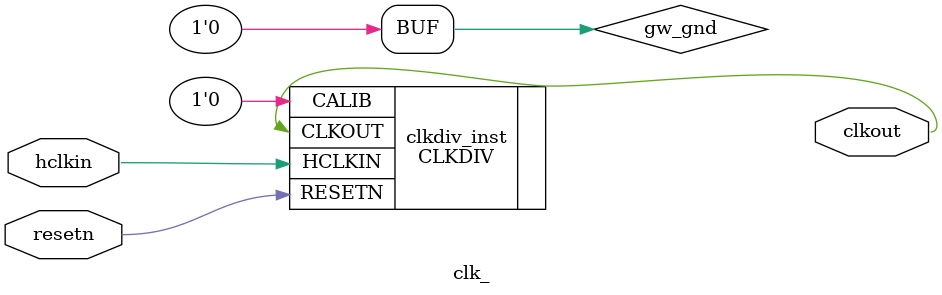
<source format=v>

module clk_ (clkout, hclkin, resetn);

output clkout;
input hclkin;
input resetn;

wire gw_gnd;

assign gw_gnd = 1'b0;

CLKDIV clkdiv_inst (
    .CLKOUT(clkout),
    .HCLKIN(hclkin),
    .RESETN(resetn),
    .CALIB(gw_gnd)
);

defparam clkdiv_inst.DIV_MODE = "5";
defparam clkdiv_inst.GSREN = "false";

endmodule //clk_

</source>
